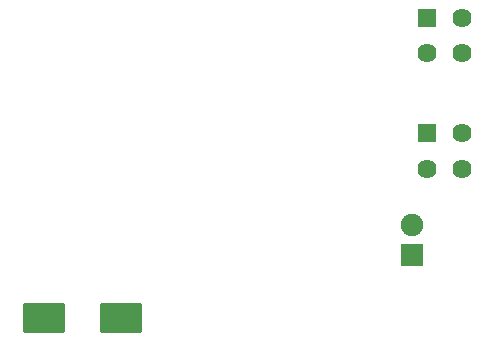
<source format=gbr>
%TF.GenerationSoftware,KiCad,Pcbnew,(5.1.6)-1*%
%TF.CreationDate,2020-11-25T11:23:34+11:00*%
%TF.ProjectId,SIM CNTL Panel PCB V1,53494d20-434e-4544-9c20-50616e656c20,rev?*%
%TF.SameCoordinates,Original*%
%TF.FileFunction,Soldermask,Bot*%
%TF.FilePolarity,Negative*%
%FSLAX46Y46*%
G04 Gerber Fmt 4.6, Leading zero omitted, Abs format (unit mm)*
G04 Created by KiCad (PCBNEW (5.1.6)-1) date 2020-11-25 11:23:34*
%MOMM*%
%LPD*%
G01*
G04 APERTURE LIST*
%ADD10C,1.620000*%
%ADD11R,1.620000X1.620000*%
%ADD12C,1.900000*%
%ADD13R,1.900000X1.900000*%
G04 APERTURE END LIST*
D10*
%TO.C,J2*%
X208990999Y-70792599D03*
X208990999Y-67792600D03*
X205991000Y-70792599D03*
D11*
X205991000Y-67792600D03*
%TD*%
D10*
%TO.C,J1*%
X208965999Y-61013599D03*
X208965999Y-58013600D03*
X205966000Y-61013599D03*
D11*
X205966000Y-58013600D03*
%TD*%
D12*
%TO.C,D1*%
X204724000Y-75539600D03*
D13*
X204724000Y-78079600D03*
%TD*%
%TO.C,C1*%
G36*
G01*
X178261000Y-84479000D02*
X178261000Y-82399000D01*
G75*
G02*
X178521000Y-82139000I260000J0D01*
G01*
X181601000Y-82139000D01*
G75*
G02*
X181861000Y-82399000I0J-260000D01*
G01*
X181861000Y-84479000D01*
G75*
G02*
X181601000Y-84739000I-260000J0D01*
G01*
X178521000Y-84739000D01*
G75*
G02*
X178261000Y-84479000I0J260000D01*
G01*
G37*
G36*
G01*
X171761000Y-84479000D02*
X171761000Y-82399000D01*
G75*
G02*
X172021000Y-82139000I260000J0D01*
G01*
X175101000Y-82139000D01*
G75*
G02*
X175361000Y-82399000I0J-260000D01*
G01*
X175361000Y-84479000D01*
G75*
G02*
X175101000Y-84739000I-260000J0D01*
G01*
X172021000Y-84739000D01*
G75*
G02*
X171761000Y-84479000I0J260000D01*
G01*
G37*
%TD*%
M02*

</source>
